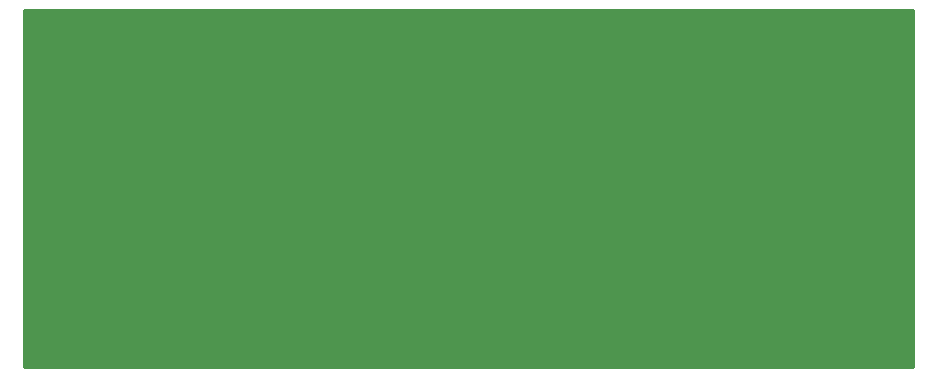
<source format=gbr>
%TF.GenerationSoftware,KiCad,Pcbnew,(5.1.8)-1*%
%TF.CreationDate,2022-04-01T10:58:03+02:00*%
%TF.ProjectId,HVPowerSupply,4856506f-7765-4725-9375-70706c792e6b,0*%
%TF.SameCoordinates,Original*%
%TF.FileFunction,Profile,NP*%
%FSLAX46Y46*%
G04 Gerber Fmt 4.6, Leading zero omitted, Abs format (unit mm)*
G04 Created by KiCad (PCBNEW (5.1.8)-1) date 2022-04-01 10:58:03*
%MOMM*%
%LPD*%
G01*
G04 APERTURE LIST*
%ADD10C,0.254000*%
%ADD11C,0.100000*%
G04 APERTURE END LIST*
D10*
X183515000Y-123571000D02*
X108204000Y-123571000D01*
X108204000Y-93345000D01*
X183515000Y-93345000D01*
X183515000Y-123571000D01*
D11*
G36*
X183515000Y-123571000D02*
G01*
X108204000Y-123571000D01*
X108204000Y-93345000D01*
X183515000Y-93345000D01*
X183515000Y-123571000D01*
G37*
M02*

</source>
